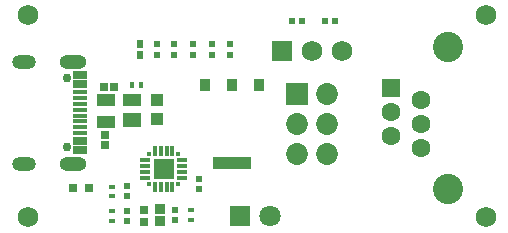
<source format=gbr>
%TF.GenerationSoftware,Altium Limited,Altium Designer,24.4.1 (13)*%
G04 Layer_Color=8388736*
%FSLAX45Y45*%
%MOMM*%
%TF.SameCoordinates,F106AC90-439F-428E-8782-533256F23A0D*%
%TF.FilePolarity,Negative*%
%TF.FileFunction,Soldermask,Top*%
%TF.Part,Single*%
G01*
G75*
%TA.AperFunction,SMDPad,CuDef*%
%ADD11R,0.40000X0.50000*%
%ADD14R,0.30000X0.30000*%
%ADD15R,0.90000X0.30000*%
%ADD16R,0.30000X0.90000*%
%ADD17R,1.80000X1.80000*%
%ADD18R,0.50000X0.40000*%
%ADD19R,0.57247X0.61535*%
%ADD20R,0.67248X0.66817*%
%ADD22R,3.20000X1.00429*%
%ADD23R,0.89000X1.00429*%
%ADD28R,0.60000X0.50000*%
%ADD29R,0.50000X0.70000*%
%ADD31R,1.00000X0.97500*%
%ADD32R,0.46818X0.47247*%
%TA.AperFunction,NonConductor*%
%ADD57R,0.65000X0.70000*%
%TA.AperFunction,SMDPad,CuDef*%
%ADD58R,1.60320X1.10320*%
%ADD59R,1.60320X1.30320*%
%ADD60R,0.85320X0.85320*%
%ADD61R,0.75320X0.80320*%
%ADD62R,0.80320X0.75320*%
%TA.AperFunction,TestPad*%
%ADD63R,1.25000X0.70000*%
%ADD64R,1.25000X0.40000*%
%TA.AperFunction,ComponentPad*%
%ADD65C,1.75320*%
%ADD66R,1.75320X1.75320*%
%TA.AperFunction,ViaPad*%
%ADD67C,1.72720*%
%TA.AperFunction,ComponentPad*%
%ADD68C,1.60320*%
%ADD69R,1.60320X1.60320*%
%ADD70C,2.56320*%
%TA.AperFunction,TestPad*%
%ADD71O,2.30320X1.20320*%
%ADD72C,0.75000*%
%ADD73O,2.00320X1.20320*%
%TA.AperFunction,ComponentPad*%
%ADD74R,1.85320X1.85320*%
%ADD75C,1.85320*%
%ADD76R,1.80320X1.80320*%
%ADD77C,1.80320*%
D11*
X1161795Y1300000D02*
D03*
X1081795D02*
D03*
D14*
X1225000Y715000D02*
D03*
X1475000D02*
D03*
X1225000Y465000D02*
D03*
X1475000D02*
D03*
D15*
X1195000Y665000D02*
D03*
Y615000D02*
D03*
Y565000D02*
D03*
Y515000D02*
D03*
X1505000D02*
D03*
Y565000D02*
D03*
Y615000D02*
D03*
Y665000D02*
D03*
D16*
X1275000Y435000D02*
D03*
X1325000D02*
D03*
X1375000D02*
D03*
X1425000D02*
D03*
Y745000D02*
D03*
X1375000D02*
D03*
X1325000D02*
D03*
X1275000D02*
D03*
D17*
X1350000Y590000D02*
D03*
D18*
X910000Y230000D02*
D03*
Y150000D02*
D03*
X1580000Y240000D02*
D03*
Y160000D02*
D03*
X910000Y440000D02*
D03*
Y360000D02*
D03*
D19*
X1040000Y232856D02*
D03*
Y147144D02*
D03*
X1450000Y242856D02*
D03*
Y157144D02*
D03*
X1760000Y1557144D02*
D03*
Y1642856D02*
D03*
X1440000Y1557144D02*
D03*
Y1642856D02*
D03*
X1600000Y1557144D02*
D03*
Y1642856D02*
D03*
X1040000Y442856D02*
D03*
Y357144D02*
D03*
X1650000Y417144D02*
D03*
Y502856D02*
D03*
D20*
X1180000Y240215D02*
D03*
Y139785D02*
D03*
D22*
X1930000Y640500D02*
D03*
D23*
X1701000Y1299500D02*
D03*
X1930000D02*
D03*
X2159000D02*
D03*
D28*
X1910000Y1645000D02*
D03*
Y1555000D02*
D03*
X1290000Y1645000D02*
D03*
Y1555000D02*
D03*
D29*
X1150000Y1645000D02*
D03*
Y1555000D02*
D03*
D31*
X1290000Y1008750D02*
D03*
Y1171250D02*
D03*
D32*
X2717285Y1845000D02*
D03*
X2797715D02*
D03*
X2517715D02*
D03*
X2437285D02*
D03*
D57*
X582500Y430000D02*
D03*
X717500D02*
D03*
D58*
X860000Y985000D02*
D03*
Y1175000D02*
D03*
X1080000D02*
D03*
D59*
Y1005000D02*
D03*
D60*
X1320000Y250000D02*
D03*
Y150000D02*
D03*
D61*
X850000Y787500D02*
D03*
Y872500D02*
D03*
D62*
X930000Y1285000D02*
D03*
X845000D02*
D03*
D63*
X642850Y826200D02*
D03*
Y1306200D02*
D03*
Y1386200D02*
D03*
Y746200D02*
D03*
D64*
Y1091200D02*
D03*
Y1041200D02*
D03*
Y991200D02*
D03*
Y1141200D02*
D03*
Y1191200D02*
D03*
Y1241200D02*
D03*
Y941200D02*
D03*
Y891200D02*
D03*
D65*
X2864000Y1585000D02*
D03*
X2610000D02*
D03*
D66*
X2356000D02*
D03*
D67*
X4080000Y180000D02*
D03*
Y1890000D02*
D03*
X200000D02*
D03*
Y180000D02*
D03*
D68*
X3275981Y1071016D02*
D03*
X3529981Y1173016D02*
D03*
Y969016D02*
D03*
Y765016D02*
D03*
X3275981Y867016D02*
D03*
D69*
Y1275016D02*
D03*
D70*
X3759981Y1620016D02*
D03*
Y420016D02*
D03*
D71*
X585350Y634200D02*
D03*
Y1498200D02*
D03*
D72*
X535350Y1355200D02*
D03*
Y777200D02*
D03*
D73*
X167350Y1498200D02*
D03*
Y634200D02*
D03*
D74*
X2483000Y1224000D02*
D03*
D75*
X2737000D02*
D03*
X2483000Y970000D02*
D03*
Y716000D02*
D03*
X2737000Y970000D02*
D03*
Y716000D02*
D03*
D76*
X1993000Y190000D02*
D03*
D77*
X2247000D02*
D03*
%TF.MD5,946122b9858cb300ae061a88fde20488*%
M02*

</source>
